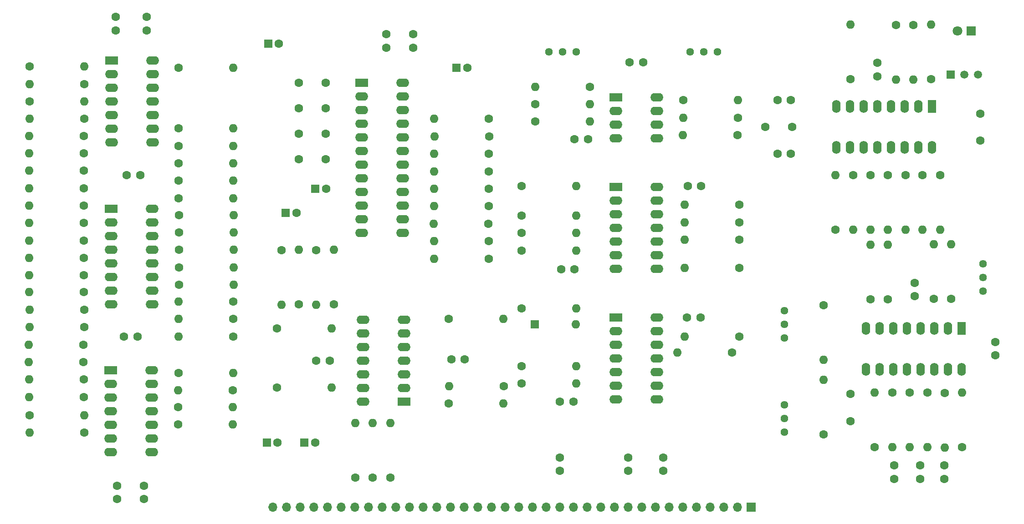
<source format=gbr>
%TF.GenerationSoftware,KiCad,Pcbnew,6.0.5-a6ca702e91~116~ubuntu21.10.1*%
%TF.CreationDate,2022-06-19T21:12:16+02:00*%
%TF.ProjectId,polykit-x-voice-card,706f6c79-6b69-4742-9d78-2d766f696365,v0.0.3*%
%TF.SameCoordinates,Original*%
%TF.FileFunction,Soldermask,Top*%
%TF.FilePolarity,Negative*%
%FSLAX46Y46*%
G04 Gerber Fmt 4.6, Leading zero omitted, Abs format (unit mm)*
G04 Created by KiCad (PCBNEW 6.0.5-a6ca702e91~116~ubuntu21.10.1) date 2022-06-19 21:12:16*
%MOMM*%
%LPD*%
G01*
G04 APERTURE LIST*
%ADD10C,1.600000*%
%ADD11O,1.600000X1.600000*%
%ADD12R,1.600000X1.600000*%
%ADD13R,2.400000X1.600000*%
%ADD14O,2.400000X1.600000*%
%ADD15C,1.440000*%
%ADD16R,1.700000X1.700000*%
%ADD17O,1.700000X1.700000*%
%ADD18R,1.500000X1.500000*%
%ADD19C,1.500000*%
%ADD20R,1.800000X1.800000*%
%ADD21C,1.800000*%
%ADD22R,1.600000X2.400000*%
%ADD23O,1.600000X2.400000*%
G04 APERTURE END LIST*
D10*
%TO.C,C31*%
X196950000Y-60000000D03*
X201950000Y-60000000D03*
%TD*%
%TO.C,R92*%
X70280000Y-77875000D03*
D11*
X60120000Y-77875000D03*
%TD*%
D10*
%TO.C,R103*%
X98080000Y-99000000D03*
D11*
X87920000Y-99000000D03*
%TD*%
D10*
%TO.C,R73*%
X60170000Y-55250000D03*
D11*
X70330000Y-55250000D03*
%TD*%
D10*
%TO.C,R22*%
X151670000Y-79750000D03*
D11*
X161830000Y-79750000D03*
%TD*%
D12*
%TO.C,C13*%
X111294888Y-118750000D03*
D10*
X113294888Y-118750000D03*
%TD*%
%TO.C,R67*%
X87820000Y-112150000D03*
D11*
X97980000Y-112150000D03*
%TD*%
D10*
%TO.C,R39*%
X145580000Y-68250000D03*
D11*
X135420000Y-68250000D03*
%TD*%
D10*
%TO.C,C25*%
X225700000Y-123000000D03*
X225700000Y-125500000D03*
%TD*%
%TO.C,R34*%
X145660000Y-61750000D03*
D11*
X135500000Y-61750000D03*
%TD*%
D13*
%TO.C,U1*%
X169170000Y-95500000D03*
D14*
X169170000Y-98040000D03*
X169170000Y-100580000D03*
X169170000Y-103120000D03*
X169170000Y-105660000D03*
X169170000Y-108200000D03*
X169170000Y-110740000D03*
X176790000Y-110740000D03*
X176790000Y-108200000D03*
X176790000Y-105660000D03*
X176790000Y-103120000D03*
X176790000Y-100580000D03*
X176790000Y-98040000D03*
X176790000Y-95500000D03*
%TD*%
D10*
%TO.C,C36*%
X76250000Y-39500000D03*
X76250000Y-42000000D03*
%TD*%
%TO.C,R35*%
X145580000Y-74750000D03*
D11*
X135420000Y-74750000D03*
%TD*%
D10*
%TO.C,R47*%
X227050000Y-109420000D03*
D11*
X227050000Y-119580000D03*
%TD*%
D10*
%TO.C,R21*%
X192130000Y-74500000D03*
D11*
X181970000Y-74500000D03*
%TD*%
D10*
%TO.C,R83*%
X87920000Y-63500000D03*
D11*
X98080000Y-63500000D03*
%TD*%
D10*
%TO.C,R13*%
X191830000Y-58250000D03*
D11*
X181670000Y-58250000D03*
%TD*%
D10*
%TO.C,C29*%
X158750000Y-121500000D03*
X158750000Y-124000000D03*
%TD*%
%TO.C,R46*%
X217250000Y-119555000D03*
D11*
X217250000Y-109395000D03*
%TD*%
D10*
%TO.C,C21*%
X171500000Y-124000000D03*
X171500000Y-121500000D03*
%TD*%
%TO.C,R68*%
X70250000Y-61700000D03*
D11*
X60090000Y-61700000D03*
%TD*%
D10*
%TO.C,R20*%
X145500000Y-78000000D03*
D11*
X135340000Y-78000000D03*
%TD*%
D10*
%TO.C,R78*%
X70280000Y-71375000D03*
D11*
X60120000Y-71375000D03*
%TD*%
D12*
%TO.C,C9*%
X107794888Y-76000000D03*
D10*
X109794888Y-76000000D03*
%TD*%
D15*
%TO.C,RV3*%
X200500000Y-111700000D03*
X200500000Y-114240000D03*
X200500000Y-116780000D03*
%TD*%
D10*
%TO.C,C12*%
X110250000Y-66000000D03*
X115250000Y-66000000D03*
%TD*%
%TO.C,R24*%
X151670000Y-83000000D03*
D11*
X161830000Y-83000000D03*
%TD*%
D10*
%TO.C,R96*%
X70280000Y-90750000D03*
D11*
X60120000Y-90750000D03*
%TD*%
D10*
%TO.C,R101*%
X98080000Y-92500000D03*
D11*
X87920000Y-92500000D03*
%TD*%
D10*
%TO.C,R5*%
X151620000Y-107750000D03*
D11*
X161780000Y-107750000D03*
%TD*%
D10*
%TO.C,C26*%
X212750000Y-109725000D03*
X212750000Y-114725000D03*
%TD*%
D15*
%TO.C,RV5*%
X237450000Y-90550000D03*
X237450000Y-88010000D03*
X237450000Y-85470000D03*
%TD*%
D10*
%TO.C,R90*%
X70280000Y-107000000D03*
D11*
X60120000Y-107000000D03*
%TD*%
D10*
%TO.C,C2*%
X184920000Y-95500000D03*
X182420000Y-95500000D03*
%TD*%
D16*
%TO.C,J1*%
X194350000Y-130725000D03*
D17*
X191810000Y-130725000D03*
X189270000Y-130725000D03*
X186730000Y-130725000D03*
X184190000Y-130725000D03*
X181650000Y-130725000D03*
X179110000Y-130725000D03*
X176570000Y-130725000D03*
X174030000Y-130725000D03*
X171490000Y-130725000D03*
X168950000Y-130725000D03*
X166410000Y-130725000D03*
X163870000Y-130725000D03*
X161330000Y-130725000D03*
X158790000Y-130725000D03*
X156250000Y-130725000D03*
X153710000Y-130725000D03*
X151170000Y-130725000D03*
X148630000Y-130725000D03*
X146090000Y-130725000D03*
X143550000Y-130725000D03*
X141010000Y-130725000D03*
X138470000Y-130725000D03*
X135930000Y-130725000D03*
X133390000Y-130725000D03*
X130850000Y-130725000D03*
X128310000Y-130725000D03*
X125770000Y-130725000D03*
X123230000Y-130725000D03*
X120690000Y-130725000D03*
X118150000Y-130725000D03*
X115610000Y-130725000D03*
X113070000Y-130725000D03*
X110530000Y-130725000D03*
X107990000Y-130725000D03*
X105450000Y-130725000D03*
%TD*%
D18*
%TO.C,Q1*%
X231410000Y-50220000D03*
D19*
X233950000Y-50220000D03*
X236490000Y-50220000D03*
%TD*%
D10*
%TO.C,R58*%
X216500000Y-69000000D03*
D11*
X216500000Y-79160000D03*
%TD*%
D10*
%TO.C,R7*%
X151620000Y-104500000D03*
D11*
X161780000Y-104500000D03*
%TD*%
D10*
%TO.C,R45*%
X233550000Y-119580000D03*
D11*
X233550000Y-109420000D03*
%TD*%
D10*
%TO.C,C19*%
X113500000Y-103500000D03*
X116000000Y-103500000D03*
%TD*%
%TO.C,R33*%
X106170000Y-108500000D03*
D11*
X116330000Y-108500000D03*
%TD*%
D15*
%TO.C,RV1*%
X161800000Y-46000000D03*
X159260000Y-46000000D03*
X156720000Y-46000000D03*
%TD*%
D10*
%TO.C,R37*%
X145580000Y-84500000D03*
D11*
X135420000Y-84500000D03*
%TD*%
D10*
%TO.C,R64*%
X227750000Y-51080000D03*
D11*
X227750000Y-40920000D03*
%TD*%
D10*
%TO.C,C1*%
X158780000Y-111125000D03*
X161280000Y-111125000D03*
%TD*%
%TO.C,R41*%
X145580000Y-81250000D03*
D11*
X135420000Y-81250000D03*
%TD*%
D10*
%TO.C,R77*%
X70280000Y-68125000D03*
D11*
X60120000Y-68125000D03*
%TD*%
D12*
%TO.C,C15*%
X139544888Y-49000000D03*
D10*
X141544888Y-49000000D03*
%TD*%
%TO.C,R11*%
X191750000Y-61500000D03*
D11*
X181590000Y-61500000D03*
%TD*%
D13*
%TO.C,U3*%
X169200000Y-71125000D03*
D14*
X169200000Y-73665000D03*
X169200000Y-76205000D03*
X169200000Y-78745000D03*
X169200000Y-81285000D03*
X169200000Y-83825000D03*
X169200000Y-86365000D03*
X176820000Y-86365000D03*
X176820000Y-83825000D03*
X176820000Y-81285000D03*
X176820000Y-78745000D03*
X176820000Y-76205000D03*
X176820000Y-73665000D03*
X176820000Y-71125000D03*
%TD*%
D10*
%TO.C,R50*%
X228250000Y-92000000D03*
D11*
X228250000Y-81840000D03*
%TD*%
D10*
%TO.C,C11*%
X110250000Y-61250000D03*
X115250000Y-61250000D03*
%TD*%
%TO.C,R65*%
X60250000Y-48750000D03*
D11*
X70410000Y-48750000D03*
%TD*%
D10*
%TO.C,R29*%
X138080000Y-111500000D03*
D11*
X148240000Y-111500000D03*
%TD*%
D10*
%TO.C,R19*%
X127250000Y-125250000D03*
D11*
X127250000Y-115090000D03*
%TD*%
D10*
%TO.C,R72*%
X70250000Y-64900000D03*
D11*
X60090000Y-64900000D03*
%TD*%
D10*
%TO.C,R6*%
X192080000Y-99000000D03*
D11*
X181920000Y-99000000D03*
%TD*%
D20*
%TO.C,D2*%
X235225000Y-42080000D03*
D21*
X232685000Y-42080000D03*
%TD*%
D10*
%TO.C,R71*%
X98000000Y-109000000D03*
D11*
X87840000Y-109000000D03*
%TD*%
D10*
%TO.C,R52*%
X216500000Y-92080000D03*
D11*
X216500000Y-81920000D03*
%TD*%
D10*
%TO.C,C39*%
X78250000Y-69000000D03*
X80750000Y-69000000D03*
%TD*%
%TO.C,R91*%
X70280000Y-110250000D03*
D11*
X60120000Y-110250000D03*
%TD*%
D12*
%TO.C,C7*%
X113294888Y-71500000D03*
D10*
X115294888Y-71500000D03*
%TD*%
%TO.C,R94*%
X70280000Y-84375000D03*
D11*
X60120000Y-84375000D03*
%TD*%
D10*
%TO.C,R15*%
X151670000Y-76500000D03*
D11*
X161830000Y-76500000D03*
%TD*%
D13*
%TO.C,U9*%
X75250000Y-105250000D03*
D14*
X75250000Y-107790000D03*
X75250000Y-110330000D03*
X75250000Y-112870000D03*
X75250000Y-115410000D03*
X75250000Y-117950000D03*
X75250000Y-120490000D03*
X82870000Y-120490000D03*
X82870000Y-117950000D03*
X82870000Y-115410000D03*
X82870000Y-112870000D03*
X82870000Y-110330000D03*
X82870000Y-107790000D03*
X82870000Y-105250000D03*
%TD*%
D10*
%TO.C,R82*%
X87920000Y-60250000D03*
D11*
X98080000Y-60250000D03*
%TD*%
D10*
%TO.C,R49*%
X231450000Y-92000000D03*
D11*
X231450000Y-81840000D03*
%TD*%
D10*
%TO.C,C38*%
X76500000Y-129250000D03*
X76500000Y-126750000D03*
%TD*%
%TO.C,R8*%
X164330000Y-52500000D03*
D11*
X154170000Y-52500000D03*
%TD*%
D10*
%TO.C,R30*%
X116750000Y-93000000D03*
D11*
X116750000Y-82840000D03*
%TD*%
D10*
%TO.C,R74*%
X87820000Y-115350000D03*
D11*
X97980000Y-115350000D03*
%TD*%
D10*
%TO.C,R53*%
X219700000Y-92080000D03*
D11*
X219700000Y-81920000D03*
%TD*%
D10*
%TO.C,R14*%
X151670000Y-71000000D03*
D11*
X161830000Y-71000000D03*
%TD*%
D10*
%TO.C,C34*%
X199200000Y-65000000D03*
X201700000Y-65000000D03*
%TD*%
%TO.C,R55*%
X213250000Y-69000000D03*
D11*
X213250000Y-79160000D03*
%TD*%
D22*
%TO.C,U7*%
X227950000Y-56200000D03*
D23*
X225410000Y-56200000D03*
X222870000Y-56200000D03*
X220330000Y-56200000D03*
X217790000Y-56200000D03*
X215250000Y-56200000D03*
X212710000Y-56200000D03*
X210170000Y-56200000D03*
X210170000Y-63820000D03*
X212710000Y-63820000D03*
X215250000Y-63820000D03*
X217790000Y-63820000D03*
X220330000Y-63820000D03*
X222870000Y-63820000D03*
X225410000Y-63820000D03*
X227950000Y-63820000D03*
%TD*%
D10*
%TO.C,R88*%
X87950000Y-86125000D03*
D11*
X98110000Y-86125000D03*
%TD*%
D10*
%TO.C,R43*%
X207825000Y-93170000D03*
D11*
X207825000Y-103330000D03*
%TD*%
D10*
%TO.C,R95*%
X70280000Y-87625000D03*
D11*
X60120000Y-87625000D03*
%TD*%
D10*
%TO.C,R102*%
X98080000Y-95750000D03*
D11*
X87920000Y-95750000D03*
%TD*%
D10*
%TO.C,R18*%
X145580000Y-65000000D03*
D11*
X135420000Y-65000000D03*
%TD*%
D10*
%TO.C,R60*%
X221250000Y-41000000D03*
D11*
X221250000Y-51160000D03*
%TD*%
D10*
%TO.C,R57*%
X223000000Y-69000000D03*
D11*
X223000000Y-79160000D03*
%TD*%
D10*
%TO.C,C20*%
X141080000Y-103250000D03*
X138580000Y-103250000D03*
%TD*%
%TO.C,R85*%
X87920000Y-70000000D03*
D11*
X98080000Y-70000000D03*
%TD*%
D10*
%TO.C,C35*%
X82000000Y-39500000D03*
X82000000Y-42000000D03*
%TD*%
D13*
%TO.C,U2*%
X169200000Y-54450000D03*
D14*
X169200000Y-56990000D03*
X169200000Y-59530000D03*
X169200000Y-62070000D03*
X176820000Y-62070000D03*
X176820000Y-59530000D03*
X176820000Y-56990000D03*
X176820000Y-54450000D03*
%TD*%
D10*
%TO.C,R32*%
X106170000Y-97500000D03*
D11*
X116330000Y-97500000D03*
%TD*%
D10*
%TO.C,R62*%
X210000000Y-79080000D03*
D11*
X210000000Y-68920000D03*
%TD*%
D10*
%TO.C,R9*%
X154170000Y-59000000D03*
D11*
X164330000Y-59000000D03*
%TD*%
D10*
%TO.C,R75*%
X70330000Y-58500000D03*
D11*
X60170000Y-58500000D03*
%TD*%
D10*
%TO.C,R16*%
X192130000Y-86250000D03*
D11*
X181970000Y-86250000D03*
%TD*%
D10*
%TO.C,R84*%
X87920000Y-66750000D03*
D11*
X98080000Y-66750000D03*
%TD*%
D10*
%TO.C,C28*%
X239700000Y-102500000D03*
X239700000Y-100000000D03*
%TD*%
%TO.C,C30*%
X217750000Y-48080000D03*
X217750000Y-50580000D03*
%TD*%
%TO.C,R79*%
X70280000Y-74625000D03*
D11*
X60120000Y-74625000D03*
%TD*%
D13*
%TO.C,U5*%
X121950000Y-51775000D03*
D14*
X121950000Y-54315000D03*
X121950000Y-56855000D03*
X121950000Y-59395000D03*
X121950000Y-61935000D03*
X121950000Y-64475000D03*
X121950000Y-67015000D03*
X121950000Y-69555000D03*
X121950000Y-72095000D03*
X121950000Y-74635000D03*
X121950000Y-77175000D03*
X121950000Y-79715000D03*
X129570000Y-79715000D03*
X129570000Y-77175000D03*
X129570000Y-74635000D03*
X129570000Y-72095000D03*
X129570000Y-69555000D03*
X129570000Y-67015000D03*
X129570000Y-64475000D03*
X129570000Y-61935000D03*
X129570000Y-59395000D03*
X129570000Y-56855000D03*
X129570000Y-54315000D03*
X129570000Y-51775000D03*
%TD*%
D10*
%TO.C,C23*%
X178000000Y-124000000D03*
X178000000Y-121500000D03*
%TD*%
%TO.C,R98*%
X70360000Y-97250000D03*
D11*
X60200000Y-97250000D03*
%TD*%
D15*
%TO.C,RV4*%
X200500000Y-94200000D03*
X200500000Y-96740000D03*
X200500000Y-99280000D03*
%TD*%
D12*
%TO.C,C16*%
X104544888Y-44500000D03*
D10*
X106544888Y-44500000D03*
%TD*%
%TO.C,C4*%
X185050000Y-71000000D03*
X182550000Y-71000000D03*
%TD*%
%TO.C,C5*%
X161500000Y-62250000D03*
X164000000Y-62250000D03*
%TD*%
%TO.C,R12*%
X154170000Y-55750000D03*
D11*
X164330000Y-55750000D03*
%TD*%
D10*
%TO.C,R100*%
X70200000Y-103750000D03*
D11*
X60040000Y-103750000D03*
%TD*%
D10*
%TO.C,R76*%
X87920000Y-105750000D03*
D11*
X98080000Y-105750000D03*
%TD*%
D10*
%TO.C,R1*%
X151620000Y-93750000D03*
D11*
X161780000Y-93750000D03*
%TD*%
D10*
%TO.C,R42*%
X207825000Y-117200000D03*
D11*
X207825000Y-107040000D03*
%TD*%
D10*
%TO.C,C6*%
X171750000Y-48000000D03*
X174250000Y-48000000D03*
%TD*%
%TO.C,C8*%
X110250000Y-51750000D03*
X115250000Y-51750000D03*
%TD*%
%TO.C,R40*%
X145580000Y-71500000D03*
D11*
X135420000Y-71500000D03*
%TD*%
D15*
%TO.C,RV2*%
X188050000Y-46000000D03*
X185510000Y-46000000D03*
X182970000Y-46000000D03*
%TD*%
D13*
%TO.C,U4*%
X129800000Y-111125000D03*
D14*
X129800000Y-108585000D03*
X129800000Y-106045000D03*
X129800000Y-103505000D03*
X129800000Y-100965000D03*
X129800000Y-98425000D03*
X129800000Y-95885000D03*
X122180000Y-95885000D03*
X122180000Y-98425000D03*
X122180000Y-100965000D03*
X122180000Y-103505000D03*
X122180000Y-106045000D03*
X122180000Y-108585000D03*
X122180000Y-111125000D03*
%TD*%
D10*
%TO.C,R61*%
X212750000Y-51080000D03*
D11*
X212750000Y-40920000D03*
%TD*%
D22*
%TO.C,U6*%
X233450000Y-97450000D03*
D23*
X230910000Y-97450000D03*
X228370000Y-97450000D03*
X225830000Y-97450000D03*
X223290000Y-97450000D03*
X220750000Y-97450000D03*
X218210000Y-97450000D03*
X215670000Y-97450000D03*
X215670000Y-105070000D03*
X218210000Y-105070000D03*
X220750000Y-105070000D03*
X223290000Y-105070000D03*
X225830000Y-105070000D03*
X228370000Y-105070000D03*
X230910000Y-105070000D03*
X233450000Y-105070000D03*
%TD*%
D10*
%TO.C,R10*%
X181670000Y-55000000D03*
D11*
X191830000Y-55000000D03*
%TD*%
D10*
%TO.C,R69*%
X70330000Y-52000000D03*
D11*
X60170000Y-52000000D03*
%TD*%
D10*
%TO.C,C17*%
X131500000Y-45250000D03*
X131500000Y-42750000D03*
%TD*%
%TO.C,R97*%
X70360000Y-94000000D03*
D11*
X60200000Y-94000000D03*
%TD*%
D10*
%TO.C,R56*%
X219750000Y-69000000D03*
D11*
X219750000Y-79160000D03*
%TD*%
D10*
%TO.C,C18*%
X126500000Y-45250000D03*
X126500000Y-42750000D03*
%TD*%
%TO.C,R51*%
X230300000Y-109500000D03*
D11*
X230300000Y-119660000D03*
%TD*%
D10*
%TO.C,R104*%
X87920000Y-49000000D03*
D11*
X98080000Y-49000000D03*
%TD*%
D10*
%TO.C,R26*%
X113500000Y-82920000D03*
D11*
X113500000Y-93080000D03*
%TD*%
D10*
%TO.C,R87*%
X87950000Y-82875000D03*
D11*
X98110000Y-82875000D03*
%TD*%
D10*
%TO.C,C3*%
X159000000Y-86500000D03*
X161500000Y-86500000D03*
%TD*%
%TO.C,C10*%
X110250000Y-56500000D03*
X115250000Y-56500000D03*
%TD*%
%TO.C,C40*%
X80250000Y-99000000D03*
X77750000Y-99000000D03*
%TD*%
%TO.C,R89*%
X87950000Y-89375000D03*
D11*
X98110000Y-89375000D03*
%TD*%
D10*
%TO.C,R66*%
X70330000Y-116875000D03*
D11*
X60170000Y-116875000D03*
%TD*%
D10*
%TO.C,C24*%
X230200000Y-123000000D03*
X230200000Y-125500000D03*
%TD*%
%TO.C,R31*%
X110250000Y-93000000D03*
D11*
X110250000Y-82840000D03*
%TD*%
D10*
%TO.C,R99*%
X70200000Y-100500000D03*
D11*
X60040000Y-100500000D03*
%TD*%
D10*
%TO.C,R23*%
X120750000Y-125250000D03*
D11*
X120750000Y-115090000D03*
%TD*%
D10*
%TO.C,C33*%
X199200000Y-55000000D03*
X201700000Y-55000000D03*
%TD*%
%TO.C,R36*%
X145580000Y-58500000D03*
D11*
X135420000Y-58500000D03*
%TD*%
D10*
%TO.C,C27*%
X224750000Y-91500000D03*
X224750000Y-89000000D03*
%TD*%
%TO.C,R3*%
X124000000Y-125250000D03*
D11*
X124000000Y-115090000D03*
%TD*%
D13*
%TO.C,U8*%
X75450000Y-47625000D03*
D14*
X75450000Y-50165000D03*
X75450000Y-52705000D03*
X75450000Y-55245000D03*
X75450000Y-57785000D03*
X75450000Y-60325000D03*
X75450000Y-62865000D03*
X83070000Y-62865000D03*
X83070000Y-60325000D03*
X83070000Y-57785000D03*
X83070000Y-55245000D03*
X83070000Y-52705000D03*
X83070000Y-50165000D03*
X83070000Y-47625000D03*
%TD*%
D10*
%TO.C,R81*%
X87950000Y-76375000D03*
D11*
X98110000Y-76375000D03*
%TD*%
D10*
%TO.C,R44*%
X220550000Y-109395000D03*
D11*
X220550000Y-119555000D03*
%TD*%
D10*
%TO.C,R28*%
X138080000Y-95750000D03*
D11*
X148240000Y-95750000D03*
%TD*%
D10*
%TO.C,R54*%
X226200000Y-69000000D03*
D11*
X226200000Y-79160000D03*
%TD*%
D10*
%TO.C,R27*%
X107000000Y-82920000D03*
D11*
X107000000Y-93080000D03*
%TD*%
D12*
%TO.C,C14*%
X104294888Y-118750000D03*
D10*
X106294888Y-118750000D03*
%TD*%
%TO.C,R86*%
X87920000Y-73250000D03*
D11*
X98080000Y-73250000D03*
%TD*%
D10*
%TO.C,R17*%
X192130000Y-81000000D03*
D11*
X181970000Y-81000000D03*
%TD*%
D10*
%TO.C,C37*%
X81500000Y-129250000D03*
X81500000Y-126750000D03*
%TD*%
%TO.C,R25*%
X192130000Y-77750000D03*
D11*
X181970000Y-77750000D03*
%TD*%
D10*
%TO.C,R59*%
X229500000Y-69000000D03*
D11*
X229500000Y-79160000D03*
%TD*%
D10*
%TO.C,C32*%
X236950000Y-62500000D03*
X236950000Y-57500000D03*
%TD*%
D12*
%TO.C,D1*%
X154140000Y-96750000D03*
D11*
X161760000Y-96750000D03*
%TD*%
D10*
%TO.C,R93*%
X70280000Y-81125000D03*
D11*
X60120000Y-81125000D03*
%TD*%
D10*
%TO.C,R63*%
X224450000Y-41000000D03*
D11*
X224450000Y-51160000D03*
%TD*%
D13*
%TO.C,U10*%
X75400000Y-75225000D03*
D14*
X75400000Y-77765000D03*
X75400000Y-80305000D03*
X75400000Y-82845000D03*
X75400000Y-85385000D03*
X75400000Y-87925000D03*
X75400000Y-90465000D03*
X75400000Y-93005000D03*
X83020000Y-93005000D03*
X83020000Y-90465000D03*
X83020000Y-87925000D03*
X83020000Y-85385000D03*
X83020000Y-82845000D03*
X83020000Y-80305000D03*
X83020000Y-77765000D03*
X83020000Y-75225000D03*
%TD*%
D10*
%TO.C,R4*%
X148330000Y-108250000D03*
D11*
X138170000Y-108250000D03*
%TD*%
D10*
%TO.C,R70*%
X60170000Y-113625000D03*
D11*
X70330000Y-113625000D03*
%TD*%
D10*
%TO.C,R48*%
X223800000Y-109420000D03*
D11*
X223800000Y-119580000D03*
%TD*%
D10*
%TO.C,R80*%
X88000000Y-79625000D03*
D11*
X98160000Y-79625000D03*
%TD*%
D10*
%TO.C,C22*%
X220950000Y-122975000D03*
X220950000Y-125475000D03*
%TD*%
%TO.C,R2*%
X190750000Y-102000000D03*
D11*
X180590000Y-102000000D03*
%TD*%
M02*

</source>
